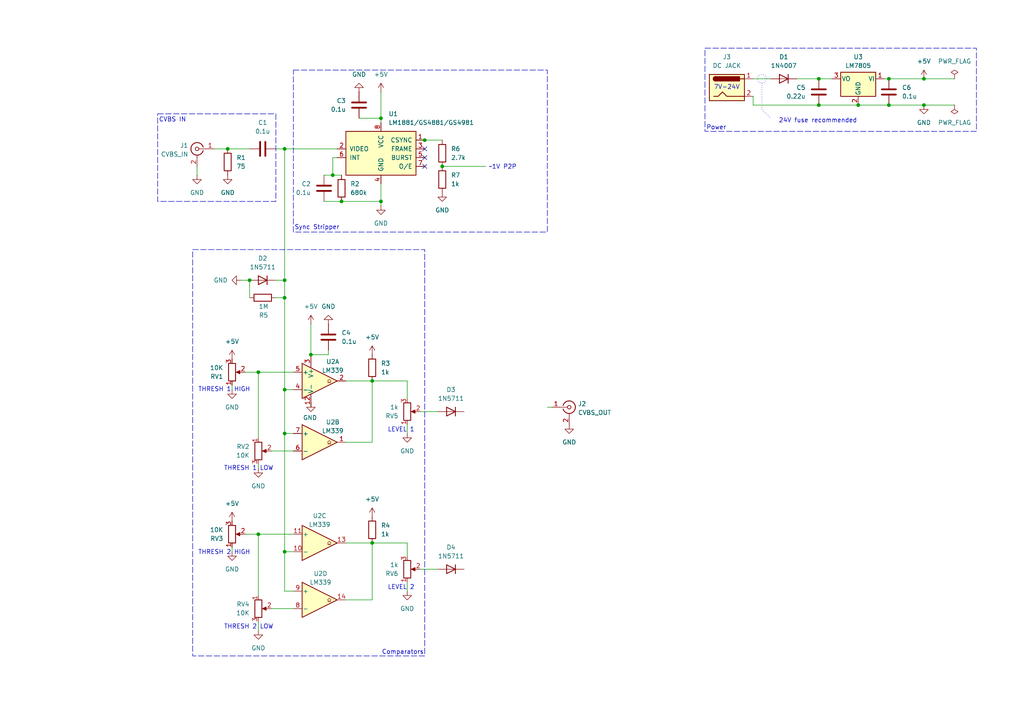
<source format=kicad_sch>
(kicad_sch (version 20231120) (generator "eeschema") (generator_version "8.0")
  (paper "A4")
  (lib_symbols
    (symbol "Comparator:LM339" (pin_names (offset 0.127))
      (property "Reference" "U" (at 0 5.08 0))
      (property "Value" "LM339" (at 0 -5.08 0))
      (symbol "LM339_1_1"
        (polyline (pts (xy -5.08 5.08) (xy 5.08 0) (xy -5.08 -5.08) (xy -5.08 5.08)) (stroke (width 0.254)) (fill (type background)))
        (polyline (pts (xy 3.302 -0.508) (xy 2.794 -0.508) (xy 3.302 0) (xy 2.794 0.508) (xy 2.286 0) (xy 2.794 -0.508) (xy 2.286 -0.508)) (stroke (width 0.127)))
        (pin open_collector line (at 7.62 0 180) (length 2.54) (name "~") (number "2"))
        (pin input line (at -7.62 -2.54 0) (length 2.54) (name "-") (number "4"))
        (pin input line (at -7.62 2.54 0) (length 2.54) (name "+") (number "5"))
      )
      (symbol "LM339_2_1"
        (polyline (pts (xy -5.08 5.08) (xy 5.08 0) (xy -5.08 -5.08) (xy -5.08 5.08)) (stroke (width 0.254)) (fill (type background)))
        (polyline (pts (xy 3.302 -0.508) (xy 2.794 -0.508) (xy 3.302 0) (xy 2.794 0.508) (xy 2.286 0) (xy 2.794 -0.508) (xy 2.286 -0.508)) (stroke (width 0.127)))
        (pin open_collector line (at 7.62 0 180) (length 2.54) (name "~") (number "1"))
        (pin input line (at -7.62 -2.54 0) (length 2.54) (name "-") (number "6"))
        (pin input line (at -7.62 2.54 0) (length 2.54) (name "+") (number "7"))
      )
      (symbol "LM339_3_1"
        (polyline (pts (xy -5.08 5.08) (xy 5.08 0) (xy -5.08 -5.08) (xy -5.08 5.08)) (stroke (width 0.254)) (fill (type background)))
        (polyline (pts (xy 3.302 -0.508) (xy 2.794 -0.508) (xy 3.302 0) (xy 2.794 0.508) (xy 2.286 0) (xy 2.794 -0.508) (xy 2.286 -0.508)) (stroke (width 0.127)))
        (pin input line (at -7.62 -2.54 0) (length 2.54) (name "-") (number "10"))
        (pin input line (at -7.62 2.54 0) (length 2.54) (name "+") (number "11"))
        (pin open_collector line (at 7.62 0 180) (length 2.54) (name "~") (number "13"))
      )
      (symbol "LM339_4_1"
        (polyline (pts (xy -5.08 5.08) (xy 5.08 0) (xy -5.08 -5.08) (xy -5.08 5.08)) (stroke (width 0.254)) (fill (type background)))
        (polyline (pts (xy 3.302 -0.508) (xy 2.794 -0.508) (xy 3.302 0) (xy 2.794 0.508) (xy 2.286 0) (xy 2.794 -0.508) (xy 2.286 -0.508)) (stroke (width 0.127)))
        (pin open_collector line (at 7.62 0 180) (length 2.54) (name "~") (number "14"))
        (pin input line (at -7.62 -2.54 0) (length 2.54) (name "-") (number "8"))
        (pin input line (at -7.62 2.54 0) (length 2.54) (name "+") (number "9"))
      )
      (symbol "LM339_5_1"
        (pin power_in line (at -2.54 -7.62 90) (length 3.81) (name "V-") (number "12"))
        (pin power_in line (at -2.54 7.62 270) (length 3.81) (name "V+") (number "3"))
      )
    )
    (symbol "Connector:Conn_Coaxial" (pin_names (offset 1.016) hide)
      (property "Reference" "J" (at 0.254 3.048 0))
      (property "Value" "Conn_Coaxial" (at 2.921 0 90))
      (symbol "Conn_Coaxial_0_1"
        (arc (start -1.778 -0.508) (mid 0.2311 -1.8066) (end 1.778 0) (stroke (width 0.254)))
        (polyline (pts (xy -2.54 0) (xy -0.508 0)))
        (polyline (pts (xy 0 -2.54) (xy 0 -1.778)))
        (circle (center 0 0) (radius 0.508) (stroke (width 0.2032)))
        (arc (start 1.778 0) (mid 0.2099 1.8101) (end -1.778 0.508) (stroke (width 0.254)))
      )
      (symbol "Conn_Coaxial_1_1"
        (pin passive line (at -5.08 0 0) (length 2.54) (name "In") (number "1"))
        (pin passive line (at 0 -5.08 90) (length 2.54) (name "Ext") (number "2"))
      )
    )
    (symbol "Connector:Jack-DC" (pin_names (offset 1.016))
      (property "Reference" "J" (at 0 5.334 0))
      (property "Value" "Jack-DC" (at 0 -5.08 0))
      (symbol "Jack-DC_0_1"
        (rectangle (start -5.08 3.81) (end 5.08 -3.81) (stroke (width 0.254)) (fill (type background)))
        (arc (start -3.302 3.175) (mid -3.9343 2.54) (end -3.302 1.905) (stroke (width 0.254)))
        (arc (start -3.302 3.175) (mid -3.9343 2.54) (end -3.302 1.905) (stroke (width 0.254)) (fill (type outline)))
        (polyline (pts (xy 5.08 2.54) (xy 3.81 2.54)) (stroke (width 0.254)))
        (polyline (pts (xy -3.81 -2.54) (xy -2.54 -2.54) (xy -1.27 -1.27) (xy 0 -2.54) (xy 2.54 -2.54) (xy 5.08 -2.54)) (stroke (width 0.254)))
        (rectangle (start 3.683 3.175) (end -3.302 1.905) (stroke (width 0.254)) (fill (type outline)))
      )
      (symbol "Jack-DC_1_1"
        (pin passive line (at 7.62 2.54 180) (length 2.54) (name "~") (number "1"))
        (pin passive line (at 7.62 -2.54 180) (length 2.54) (name "~") (number "2"))
      )
    )
    (symbol "Device:C" (pin_numbers hide) (pin_names (offset 0.254))
      (property "Reference" "C" (at 0.635 2.54 0))
      (property "Value" "C" (at 0.635 -2.54 0))
      (symbol "C_0_1"
        (polyline (pts (xy -2.032 -0.762) (xy 2.032 -0.762)) (stroke (width 0.508)))
        (polyline (pts (xy -2.032 0.762) (xy 2.032 0.762)) (stroke (width 0.508)))
      )
      (symbol "C_1_1"
        (pin passive line (at 0 3.81 270) (length 2.794) (name "~") (number "1"))
        (pin passive line (at 0 -3.81 90) (length 2.794) (name "~") (number "2"))
      )
    )
    (symbol "Device:D" (pin_numbers hide) (pin_names (offset 1.016) hide)
      (property "Reference" "D" (at 0 2.54 0))
      (property "Value" "D" (at 0 -2.54 0))
      (symbol "D_0_1"
        (polyline (pts (xy -1.27 1.27) (xy -1.27 -1.27)) (stroke (width 0.254)))
        (polyline (pts (xy 1.27 0) (xy -1.27 0)))
        (polyline (pts (xy 1.27 1.27) (xy 1.27 -1.27) (xy -1.27 0) (xy 1.27 1.27)) (stroke (width 0.254)))
      )
      (symbol "D_1_1"
        (pin passive line (at -3.81 0 0) (length 2.54) (name "K") (number "1"))
        (pin passive line (at 3.81 0 180) (length 2.54) (name "A") (number "2"))
      )
    )
    (symbol "Device:R" (pin_numbers hide) (pin_names (offset 0))
      (property "Reference" "R" (at 2.032 0 90))
      (property "Value" "R" (at 0 0 90))
      (symbol "R_0_1"
        (rectangle (start -1.016 -2.54) (end 1.016 2.54) (stroke (width 0.254)))
      )
      (symbol "R_1_1"
        (pin passive line (at 0 3.81 270) (length 1.27) (name "~") (number "1"))
        (pin passive line (at 0 -3.81 90) (length 1.27) (name "~") (number "2"))
      )
    )
    (symbol "Device:R_Potentiometer" (pin_names (offset 1.016) hide)
      (property "Reference" "RV" (at -4.445 0 90))
      (property "Value" "R_Potentiometer" (at -2.54 0 90))
      (symbol "R_Potentiometer_0_1"
        (polyline (pts (xy 2.54 0) (xy 1.524 0)))
        (polyline (pts (xy 1.143 0) (xy 2.286 0.508) (xy 2.286 -0.508) (xy 1.143 0)) (fill (type outline)))
        (rectangle (start 1.016 2.54) (end -1.016 -2.54) (stroke (width 0.254)))
      )
      (symbol "R_Potentiometer_1_1"
        (pin passive line (at 0 3.81 270) (length 1.27) (name "1") (number "1"))
        (pin passive line (at 3.81 0 180) (length 1.27) (name "2") (number "2"))
        (pin passive line (at 0 -3.81 90) (length 1.27) (name "3") (number "3"))
      )
    )
    (symbol "R_Potentiometer_1" (pin_names (offset 1.016) hide)
      (property "Reference" "RV" (at -4.445 0 90))
      (property "Value" "R_Potentiometer" (at -2.54 0 90))
      (symbol "R_Potentiometer_1_0_1"
        (polyline (pts (xy 2.54 0) (xy 1.524 0)))
        (polyline (pts (xy 1.143 0) (xy 2.286 0.508) (xy 2.286 -0.508) (xy 1.143 0)) (fill (type outline)))
        (rectangle (start 1.016 2.54) (end -1.016 -2.54) (stroke (width 0.254)))
      )
      (symbol "R_Potentiometer_1_1_1"
        (pin passive line (at 0 3.81 270) (length 1.27) (name "1") (number "1"))
        (pin passive line (at 3.81 0 180) (length 1.27) (name "2") (number "2"))
        (pin passive line (at 0 -3.81 90) (length 1.27) (name "3") (number "3"))
      )
    )
    (symbol "Regulator_Linear:LM7805_TO220" (pin_names (offset 0.254))
      (property "Reference" "U" (at -3.81 3.175 0))
      (property "Value" "LM7805_TO220" (at 0 3.175 0))
      (symbol "LM7805_TO220_0_1"
        (rectangle (start -5.08 1.905) (end 5.08 -5.08) (stroke (width 0.254)) (fill (type background)))
      )
      (symbol "LM7805_TO220_1_1"
        (pin power_in line (at -7.62 0 0) (length 2.54) (name "VI") (number "1"))
        (pin power_in line (at 0 -7.62 90) (length 2.54) (name "GND") (number "2"))
        (pin power_out line (at 7.62 0 180) (length 2.54) (name "VO") (number "3"))
      )
    )
    (symbol "Video:LM1881" (pin_names (offset 1.016))
      (property "Reference" "U" (at -8.89 8.89 0))
      (property "Value" "LM1881" (at 6.35 8.89 0))
      (symbol "LM1881_0_1"
        (rectangle (start -10.16 7.62) (end 10.16 -5.08) (stroke (width 0.254)) (fill (type background)))
      )
      (symbol "LM1881_1_1"
        (pin output line (at 12.7 5.08 180) (length 2.54) (name "CSYNC") (number "1"))
        (pin input line (at -12.7 2.54 0) (length 2.54) (name "VIDEO") (number "2"))
        (pin output line (at 12.7 2.54 180) (length 2.54) (name "FRAME") (number "3"))
        (pin power_in line (at 0 -7.62 90) (length 2.54) (name "GND") (number "4"))
        (pin output line (at 12.7 0 180) (length 2.54) (name "BURST") (number "5"))
        (pin input line (at -12.7 0 0) (length 2.54) (name "INT") (number "6"))
        (pin output line (at 12.7 -2.54 180) (length 2.54) (name "O/E") (number "7"))
        (pin power_in line (at 0 10.16 270) (length 2.54) (name "VCC") (number "8"))
      )
    )
    (symbol "power:+5V" (power) (pin_numbers hide) (pin_names (offset 0) hide)
      (property "Value" "+5V" (at 0 3.556 0))
      (symbol "+5V_0_1"
        (polyline (pts (xy -0.762 1.27) (xy 0 2.54)))
        (polyline (pts (xy 0 0) (xy 0 2.54)))
        (polyline (pts (xy 0 2.54) (xy 0.762 1.27)))
      )
      (symbol "+5V_1_1"
        (pin power_in line (at 0 0 90) (length 0) (name "~") (number "1"))
      )
    )
    (symbol "power:GND" (power) (pin_numbers hide) (pin_names (offset 0) hide)
      (property "Value" "GND" (at 0 -3.81 0))
      (symbol "GND_0_1"
        (polyline (pts (xy 0 0) (xy 0 -1.27) (xy 1.27 -1.27) (xy 0 -2.54) (xy -1.27 -1.27) (xy 0 -1.27)))
      )
      (symbol "GND_1_1"
        (pin power_in line (at 0 0 270) (length 0) (name "~") (number "1"))
      )
    )
    (symbol "power:PWR_FLAG" (power) (pin_numbers hide) (pin_names (offset 0) hide)
      (property "Value" "PWR_FLAG" (at 0 3.81 0))
      (symbol "PWR_FLAG_0_0"
        (pin power_out line (at 0 0 90) (length 0) (name "~") (number "1"))
      )
      (symbol "PWR_FLAG_0_1"
        (polyline (pts (xy 0 0) (xy 0 1.27) (xy -1.016 1.905) (xy 0 2.54) (xy 1.016 1.905) (xy 0 1.27)))
      )
    )
  )
  (junction (at 123.19 40.64))
  (junction (at 267.97 22.86))
  (junction (at 96.52 50.8))
  (junction (at 82.55 81.28))
  (junction (at 237.49 30.48))
  (junction (at 107.95 110.49))
  (junction (at 82.55 43.18))
  (junction (at 257.81 30.48))
  (junction (at 82.55 125.73))
  (junction (at 66.04 43.18))
  (junction (at 90.17 102.87))
  (junction (at 110.49 58.42))
  (junction (at 74.93 154.94))
  (junction (at 267.97 30.48))
  (junction (at 257.81 22.86))
  (junction (at 72.39 81.28))
  (junction (at 82.55 160.02))
  (junction (at 99.06 58.42))
  (junction (at 74.93 107.95))
  (junction (at 107.95 157.48))
  (junction (at 237.49 22.86))
  (junction (at 110.49 34.29))
  (junction (at 82.55 113.03))
  (junction (at 128.27 48.26))
  (junction (at 82.55 86.36))
  (junction (at 248.92 30.48))
  (no_connect (at 123.19 48.26))
  (no_connect (at 123.19 43.18))
  (no_connect (at 123.19 45.72))
  (wire (pts (xy 257.81 22.86) (xy 267.97 22.86)))
  (wire (pts (xy 231.14 22.86) (xy 237.49 22.86)))
  (wire (pts (xy 99.06 58.42) (xy 110.49 58.42)))
  (wire (pts (xy 110.49 35.56) (xy 110.49 34.29)))
  (wire (pts (xy 218.44 22.86) (xy 223.52 22.86)))
  (wire (pts (xy 93.98 50.8) (xy 96.52 50.8)))
  (wire (pts (xy 62.23 43.18) (xy 66.04 43.18)))
  (wire (pts (xy 90.17 93.98) (xy 90.17 102.87)))
  (wire (pts (xy 257.81 30.48) (xy 267.97 30.48)))
  (wire (pts (xy 100.33 110.49) (xy 107.95 110.49)))
  (wire (pts (xy 218.44 30.48) (xy 237.49 30.48)))
  (wire (pts (xy 267.97 22.86) (xy 276.86 22.86)))
  (wire (pts (xy 69.85 81.28) (xy 72.39 81.28)))
  (wire (pts (xy 118.11 125.73) (xy 118.11 123.19)))
  (wire (pts (xy 96.52 50.8) (xy 99.06 50.8)))
  (wire (pts (xy 93.98 58.42) (xy 99.06 58.42)))
  (wire (pts (xy 67.31 160.02) (xy 67.31 158.75)))
  (wire (pts (xy 74.93 182.88) (xy 74.93 180.34)))
  (wire (pts (xy 256.54 22.86) (xy 257.81 22.86)))
  (wire (pts (xy 78.74 176.53) (xy 85.09 176.53)))
  (wire (pts (xy 107.95 157.48) (xy 118.11 157.48)))
  (wire (pts (xy 110.49 59.69) (xy 110.49 58.42)))
  (wire (pts (xy 100.33 157.48) (xy 107.95 157.48)))
  (wire (pts (xy 57.15 50.8) (xy 57.15 48.26)))
  (polyline (pts (xy 220.98 24.13) (xy 220.98 31.75)) (stroke (width 0) (type dot)))
  (wire (pts (xy 71.12 107.95) (xy 74.93 107.95)))
  (wire (pts (xy 100.33 173.99) (xy 107.95 173.99)))
  (wire (pts (xy 80.01 43.18) (xy 82.55 43.18)))
  (wire (pts (xy 110.49 26.67) (xy 110.49 34.29)))
  (wire (pts (xy 90.17 116.84) (xy 90.17 118.11)))
  (wire (pts (xy 120.65 40.64) (xy 123.19 40.64)))
  (wire (pts (xy 267.97 30.48) (xy 276.86 30.48)))
  (wire (pts (xy 248.92 30.48) (xy 257.81 30.48)))
  (wire (pts (xy 80.01 86.36) (xy 82.55 86.36)))
  (wire (pts (xy 107.95 110.49) (xy 118.11 110.49)))
  (wire (pts (xy 82.55 86.36) (xy 82.55 113.03)))
  (wire (pts (xy 82.55 160.02) (xy 82.55 171.45)))
  (wire (pts (xy 118.11 168.91) (xy 118.11 171.45)))
  (wire (pts (xy 82.55 43.18) (xy 82.55 81.28)))
  (wire (pts (xy 95.25 102.87) (xy 90.17 102.87)))
  (wire (pts (xy 85.09 113.03) (xy 82.55 113.03)))
  (wire (pts (xy 82.55 160.02) (xy 85.09 160.02)))
  (wire (pts (xy 66.04 43.18) (xy 72.39 43.18)))
  (wire (pts (xy 82.55 125.73) (xy 82.55 160.02)))
  (wire (pts (xy 128.27 40.64) (xy 123.19 40.64)))
  (wire (pts (xy 74.93 107.95) (xy 74.93 127)))
  (wire (pts (xy 100.33 128.27) (xy 107.95 128.27)))
  (wire (pts (xy 121.92 165.1) (xy 127 165.1)))
  (wire (pts (xy 237.49 30.48) (xy 248.92 30.48)))
  (wire (pts (xy 121.92 119.38) (xy 127 119.38)))
  (wire (pts (xy 82.55 171.45) (xy 85.09 171.45)))
  (wire (pts (xy 74.93 135.89) (xy 74.93 134.62)))
  (polyline (pts (xy 220.98 31.75) (xy 223.52 34.29)) (stroke (width 0) (type dot)))
  (wire (pts (xy 96.52 45.72) (xy 97.79 45.72)))
  (wire (pts (xy 67.31 113.03) (xy 67.31 111.76)))
  (wire (pts (xy 241.3 22.86) (xy 237.49 22.86)))
  (wire (pts (xy 74.93 107.95) (xy 85.09 107.95)))
  (wire (pts (xy 107.95 110.49) (xy 107.95 128.27)))
  (wire (pts (xy 82.55 81.28) (xy 82.55 86.36)))
  (wire (pts (xy 74.93 154.94) (xy 85.09 154.94)))
  (wire (pts (xy 95.25 101.6) (xy 95.25 102.87)))
  (wire (pts (xy 128.27 48.26) (xy 140.97 48.26)))
  (wire (pts (xy 72.39 81.28) (xy 72.39 86.36)))
  (wire (pts (xy 110.49 58.42) (xy 110.49 53.34)))
  (wire (pts (xy 118.11 157.48) (xy 118.11 161.29)))
  (wire (pts (xy 82.55 113.03) (xy 82.55 125.73)))
  (wire (pts (xy 74.93 154.94) (xy 74.93 172.72)))
  (wire (pts (xy 107.95 157.48) (xy 107.95 173.99)))
  (wire (pts (xy 80.01 81.28) (xy 82.55 81.28)))
  (wire (pts (xy 82.55 43.18) (xy 97.79 43.18)))
  (wire (pts (xy 118.11 110.49) (xy 118.11 115.57)))
  (wire (pts (xy 78.74 130.81) (xy 85.09 130.81)))
  (wire (pts (xy 104.14 34.29) (xy 110.49 34.29)))
  (wire (pts (xy 96.52 50.8) (xy 96.52 45.72)))
  (wire (pts (xy 71.12 154.94) (xy 74.93 154.94)))
  (wire (pts (xy 218.44 27.94) (xy 218.44 30.48)))
  (wire (pts (xy 158.75 118.11) (xy 160.02 118.11)))
  (wire (pts (xy 82.55 125.73) (xy 85.09 125.73)))
  (rectangle (start 85.09 20.32) (end 158.75 67.31) (stroke (width 0) (type dash)))
  (circle (center 220.98 22.86) (radius 1.27) (stroke (width 0) (type dot)))
  (rectangle (start 55.88 72.39) (end 123.19 190.246) (stroke (width 0) (type dash)))
  (rectangle (start 204.47 13.97) (end 283.21 38.1) (stroke (width 0) (type dash)))
  (rectangle (start 45.72 33.02) (end 80.01 58.42) (stroke (width 0) (type dash)))
  (text "THRESH 2 HIGH" (at 65.024 160.274 0) (effects (font (size 1.27 1.27))))
  (text "~1V P2P" (at 145.796 48.514 0) (effects (font (size 1.27 1.27))))
  (text "Power" (at 207.772 37.084 0) (effects (font (size 1.27 1.27))))
  (text "7V-24V" (at 210.82 25.4 0) (effects (font (size 1.27 1.27))))
  (text "THRESH 1 HIGH" (at 65.024 113.03 0) (effects (font (size 1.27 1.27))))
  (text "CVBS IN" (at 50.038 34.798 0) (effects (font (size 1.27 1.27))))
  (text "THRESH 2 LOW" (at 72.136 181.864 0) (effects (font (size 1.27 1.27))))
  (text "LEVEL 2" (at 116.332 170.434 0) (effects (font (size 1.27 1.27))))
  (text "THRESH 1 LOW" (at 72.136 135.89 0) (effects (font (size 1.27 1.27))))
  (text "LEVEL 1" (at 116.332 124.714 0) (effects (font (size 1.27 1.27))))
  (text "24V fuse recommended" (at 237.236 35.052 0) (effects (font (size 1.27 1.27))))
  (text "Comparators" (at 116.84 189.23 0) (effects (font (size 1.27 1.27))))
  (text "Sync Stripper" (at 91.948 66.04 0) (effects (font (size 1.27 1.27))))
  (symbol (lib_id "Device:R") (at 76.2 86.36 270) (mirror x) (unit 1)
    (property "Reference" "R5" (at 76.454 91.44 90))
    (property "Value" "1M" (at 76.454 88.9 90))
    (property "Footprint" "Resistor_THT:R_Axial_DIN0207_L6.3mm_D2.5mm_P10.16mm_Horizontal" (effects (hide yes)))
    (property "Description" "Resistor" (effects (hide yes)))
  )
  (symbol (lib_id "power:GND") (at 104.14 26.67 0) (mirror x) (unit 1)
    (property "Reference" "#PWR05" (effects (hide yes)))
    (property "Value" "GND" (at 104.14 21.59 0))
    (property "Description" "Power symbol creates a global label with name \"GND\" , ground" (effects (hide yes)))
  )
  (symbol (lib_id "Device:D") (at 76.2 81.28 0) (mirror y) (unit 1)
    (property "Reference" "D2" (at 76.2 74.93 0))
    (property "Value" "1N5711" (at 76.2 77.47 0))
    (property "Description" "Diode" (effects (hide yes)))
    (property "Sim.Device" "D" (effects (hide yes)))
    (property "Sim.Pins" "1=K 2=A" (effects (hide yes)))
  )
  (symbol (lib_id "power:GND") (at 69.85 81.28 270) (unit 1)
    (property "Reference" "#POW_GND04" (effects (hide yes)))
    (property "Value" "GND" (at 66.04 81.2799 90) (effects (justify right)))
    (property "Description" "Power symbol creates a global label with name \"GND\" , ground" (effects (hide yes)))
  )
  (symbol (lib_id "power:+5V") (at 90.17 93.98 0) (unit 1)
    (property "Reference" "#PWR04" (effects (hide yes)))
    (property "Value" "+5V" (at 90.17 88.9 0))
    (property "Description" "Power symbol creates a global label with name \"+5V\"" (effects (hide yes)))
  )
  (symbol (lib_id "Device:R_Potentiometer") (at 74.93 176.53 0) (unit 1)
    (property "Reference" "RV4" (at 72.39 175.2599 0) (effects (justify right)))
    (property "Value" "10K" (at 72.39 177.7999 0) (effects (justify right)))
    (property "Footprint" "Connector_Wire:SolderWire-0.1sqmm_1x03_P3.6mm_D0.4mm_OD1mm" (effects (hide yes)))
    (property "Description" "Potentiometer" (effects (hide yes)))
  )
  (symbol (lib_id "Device:R_Potentiometer") (at 118.11 119.38 0) (mirror x) (unit 1)
    (property "Reference" "RV5" (at 115.57 120.6501 0) (effects (justify right)))
    (property "Value" "1k" (at 115.57 118.1101 0) (effects (justify right)))
    (property "Footprint" "Connector_Wire:SolderWire-0.1sqmm_1x03_P3.6mm_D0.4mm_OD1mm" (effects (hide yes)))
    (property "Description" "Potentiometer" (effects (hide yes)))
  )
  (symbol (lib_id "Device:R") (at 99.06 54.61 0) (unit 1)
    (property "Reference" "R2" (at 101.6 53.3399 0) (effects (justify left)))
    (property "Value" "680k" (at 101.6 55.8799 0) (effects (justify left)))
    (property "Footprint" "Resistor_THT:R_Axial_DIN0207_L6.3mm_D2.5mm_P10.16mm_Horizontal" (effects (hide yes)))
    (property "Description" "Resistor" (effects (hide yes)))
  )
  (symbol (lib_id "Connector:Conn_Coaxial") (at 165.1 118.11 0) (unit 1)
    (property "Reference" "J2" (at 167.64 117.1331 0) (effects (justify left)))
    (property "Value" "CVBS_OUT" (at 167.64 119.6731 0) (effects (justify left)))
    (property "Footprint" "Connector_Wire:SolderWire-0.1sqmm_1x02_P3.6mm_D0.4mm_OD1mm" (effects (hide yes)))
    (property "Description" "coaxial connector (BNC, SMA, SMB, SMC, Cinch/RCA, LEMO, ...)" (effects (hide yes)))
  )
  (symbol (lib_id "power:GND") (at 66.04 50.8 0) (unit 1)
    (property "Reference" "#POW_GND0104" (effects (hide yes)))
    (property "Value" "GND" (at 66.04 55.88 0))
    (property "Description" "Power symbol creates a global label with name \"GND\" , ground" (effects (hide yes)))
  )
  (symbol (lib_id "power:GND") (at 74.93 135.89 0) (unit 1)
    (property "Reference" "#PWR08" (effects (hide yes)))
    (property "Value" "GND" (at 74.93 140.97 0))
    (property "Description" "Power symbol creates a global label with name \"GND\" , ground" (effects (hide yes)))
  )
  (symbol (lib_id "power:PWR_FLAG") (at 276.86 22.86 0) (unit 1)
    (property "Reference" "#FLG01" (effects (hide yes)))
    (property "Value" "PWR_FLAG" (at 276.86 17.78 0))
    (property "Description" "Special symbol for telling ERC where power comes from" (effects (hide yes)))
  )
  (symbol (lib_name "R_Potentiometer_1") (lib_id "Device:R_Potentiometer") (at 67.31 107.95 0) (mirror x) (unit 1)
    (property "Reference" "RV1" (at 64.77 109.2201 0) (effects (justify right)))
    (property "Value" "10K" (at 64.77 106.6801 0) (effects (justify right)))
    (property "Footprint" "Connector_Wire:SolderWire-0.1sqmm_1x03_P3.6mm_D0.4mm_OD1mm" (effects (hide yes)))
    (property "Description" "Potentiometer" (effects (hide yes)))
  )
  (symbol (lib_id "power:GND") (at 128.27 55.88 0) (unit 1)
    (property "Reference" "#POW_GND03" (effects (hide yes)))
    (property "Value" "GND" (at 128.27 60.96 0))
    (property "Description" "Power symbol creates a global label with name \"GND\" , ground" (effects (hide yes)))
  )
  (symbol (lib_id "Connector:Jack-DC") (at 210.82 25.4 0) (unit 1)
    (property "Reference" "J3" (at 210.82 16.51 0))
    (property "Value" "DC JACK" (at 210.82 19.05 0))
    (property "Footprint" "Connector_Wire:SolderWire-0.1sqmm_1x02_P3.6mm_D0.4mm_OD1mm" (effects (hide yes)))
    (property "Description" "DC Barrel Jack" (effects (hide yes)))
  )
  (symbol (lib_id "Comparator:LM339") (at 92.71 157.48 0) (unit 3)
    (property "Reference" "U2" (at 92.71 149.606 0))
    (property "Value" "LM339" (at 92.71 152.146 0))
    (property "Footprint" "Package_DIP:DIP-16_W7.62mm_Socket_LongPads" (effects (hide yes)))
    (property "Datasheet" "https://www.st.com/resource/en/datasheet/lm139.pdf" (effects (hide yes)))
    (property "Description" "Quad Differential Comparators, SOIC-14/TSSOP-14" (effects (hide yes)))
  )
  (symbol (lib_id "Device:R") (at 66.04 46.99 0) (unit 1)
    (property "Reference" "R1" (at 68.58 45.7199 0) (effects (justify left)))
    (property "Value" "75" (at 68.58 48.2599 0) (effects (justify left)))
    (property "Footprint" "Resistor_THT:R_Axial_DIN0207_L6.3mm_D2.5mm_P10.16mm_Horizontal" (effects (hide yes)))
    (property "Description" "Resistor" (effects (hide yes)))
  )
  (symbol (lib_id "Device:R") (at 107.95 153.67 0) (unit 1)
    (property "Reference" "R4" (at 110.49 152.3999 0) (effects (justify left)))
    (property "Value" "1k" (at 110.49 154.9399 0) (effects (justify left)))
    (property "Footprint" "Resistor_THT:R_Axial_DIN0207_L6.3mm_D2.5mm_P10.16mm_Horizontal" (effects (hide yes)))
    (property "Description" "Resistor" (effects (hide yes)))
  )
  (symbol (lib_id "power:GND") (at 165.1 123.19 0) (unit 1)
    (property "Reference" "#POW_GND02" (effects (hide yes)))
    (property "Value" "GND" (at 165.1 128.27 0))
    (property "Description" "Power symbol creates a global label with name \"GND\" , ground" (effects (hide yes)))
  )
  (symbol (lib_id "Regulator_Linear:LM7805_TO220") (at 248.92 22.86 0) (mirror y) (unit 1)
    (property "Reference" "U3" (at 248.92 16.51 0))
    (property "Value" "LM7805" (at 248.92 19.05 0))
    (property "Footprint" "Package_TO_SOT_THT:TO-220-3_Vertical" (effects (hide yes)))
    (property "Datasheet" "https://www.onsemi.cn/PowerSolutions/document/MC7800-D.PDF" (effects (hide yes)))
    (property "Description" "Positive 1A 35V Linear Regulator, Fixed Output 5V, TO-220" (effects (hide yes)))
  )
  (symbol (lib_id "Device:D") (at 130.81 165.1 0) (mirror y) (unit 1)
    (property "Reference" "D4" (at 130.81 158.75 0))
    (property "Value" "1N5711" (at 130.81 161.29 0))
    (property "Description" "Diode" (effects (hide yes)))
    (property "Sim.Device" "D" (effects (hide yes)))
    (property "Sim.Pins" "1=K 2=A" (effects (hide yes)))
  )
  (symbol (lib_id "power:+5V") (at 67.31 104.14 0) (unit 1)
    (property "Reference" "#POW_5V0102" (effects (hide yes)))
    (property "Value" "+5V" (at 67.31 99.06 0))
    (property "Description" "Power symbol creates a global label with name \"+5V\"" (effects (hide yes)))
  )
  (symbol (lib_id "Device:R_Potentiometer") (at 74.93 130.81 0) (unit 1)
    (property "Reference" "RV2" (at 72.39 129.5399 0) (effects (justify right)))
    (property "Value" "10K" (at 72.39 132.0799 0) (effects (justify right)))
    (property "Footprint" "Connector_Wire:SolderWire-0.1sqmm_1x03_P3.6mm_D0.4mm_OD1mm" (effects (hide yes)))
    (property "Description" "Potentiometer" (effects (hide yes)))
  )
  (symbol (lib_id "Device:C") (at 93.98 54.61 0) (mirror y) (unit 1)
    (property "Reference" "C2" (at 90.17 53.3399 0) (effects (justify left)))
    (property "Value" "0.1u" (at 90.17 55.8799 0) (effects (justify left)))
    (property "Footprint" "Capacitor_THT:C_Disc_D7.5mm_W2.5mm_P5.00mm" (effects (hide yes)))
    (property "Description" "Unpolarized capacitor" (effects (hide yes)))
  )
  (symbol (lib_id "Device:R") (at 107.95 106.68 0) (unit 1)
    (property "Reference" "R3" (at 110.49 105.4099 0) (effects (justify left)))
    (property "Value" "1k" (at 110.49 107.9499 0) (effects (justify left)))
    (property "Footprint" "Resistor_THT:R_Axial_DIN0207_L6.3mm_D2.5mm_P10.16mm_Horizontal" (effects (hide yes)))
    (property "Description" "Resistor" (effects (hide yes)))
  )
  (symbol (lib_id "Comparator:LM339") (at 92.71 173.99 0) (unit 4)
    (property "Reference" "U2" (at 92.964 166.37 0))
    (property "Value" "LM339" (at 92.964 168.91 0))
    (property "Footprint" "Package_DIP:DIP-16_W7.62mm_Socket_LongPads" (effects (hide yes)))
    (property "Datasheet" "https://www.st.com/resource/en/datasheet/lm139.pdf" (effects (hide yes)))
    (property "Description" "Quad Differential Comparators, SOIC-14/TSSOP-14" (effects (hide yes)))
  )
  (symbol (lib_id "Video:LM1881") (at 110.49 45.72 0) (unit 1)
    (property "Reference" "U1" (at 112.6841 33.02 0) (effects (justify left)))
    (property "Value" "LM1881/GS4881/GS4981" (at 112.6841 35.56 0) (effects (justify left)))
    (property "Footprint" "Package_DIP:DIP-8_W7.62mm_Socket_LongPads" (effects (hide yes)))
  )
  (symbol (lib_id "Device:R") (at 128.27 52.07 0) (unit 1)
    (property "Reference" "R7" (at 130.81 50.7999 0) (effects (justify left)))
    (property "Value" "1k" (at 130.81 53.3399 0) (effects (justify left)))
    (property "Footprint" "Resistor_THT:R_Axial_DIN0207_L6.3mm_D2.5mm_P10.16mm_Horizontal" (effects (hide yes)))
    (property "Description" "Resistor" (effects (hide yes)))
  )
  (symbol (lib_id "power:GND") (at 110.49 59.69 0) (unit 1)
    (property "Reference" "#POW_GND0105" (effects (hide yes)))
    (property "Value" "GND" (at 110.49 64.77 0))
    (property "Description" "Power symbol creates a global label with name \"GND\" , ground" (effects (hide yes)))
  )
  (symbol (lib_id "Comparator:LM339") (at 92.71 110.49 0) (unit 5)
    (property "Reference" "U2" (effects (hide yes)))
    (property "Value" "LM339" (effects (hide yes)))
    (property "Footprint" "Package_DIP:DIP-16_W7.62mm_Socket_LongPads" (effects (hide yes)))
    (property "Datasheet" "https://www.st.com/resource/en/datasheet/lm139.pdf" (effects (hide yes)))
    (property "Description" "Quad Differential Comparators, SOIC-14/TSSOP-14" (effects (hide yes)))
  )
  (symbol (lib_id "power:GND") (at 74.93 182.88 0) (unit 1)
    (property "Reference" "#PWR02" (effects (hide yes)))
    (property "Value" "GND" (at 74.93 187.96 0))
    (property "Description" "Power symbol creates a global label with name \"GND\" , ground" (effects (hide yes)))
  )
  (symbol (lib_id "power:+5V") (at 110.49 26.67 0) (unit 1)
    (property "Reference" "#POW_5V0103" (effects (hide yes)))
    (property "Value" "+5V" (at 110.49 21.59 0))
    (property "Description" "Power symbol creates a global label with name \"+5V\"" (effects (hide yes)))
  )
  (symbol (lib_id "power:PWR_FLAG") (at 276.86 30.48 0) (mirror x) (unit 1)
    (property "Reference" "#FLG02" (effects (hide yes)))
    (property "Value" "PWR_FLAG" (at 276.86 35.56 0))
    (property "Description" "Special symbol for telling ERC where power comes from" (effects (hide yes)))
  )
  (symbol (lib_id "power:+5V") (at 107.95 149.86 0) (unit 1)
    (property "Reference" "#POW_5V0101" (effects (hide yes)))
    (property "Value" "+5V" (at 107.95 144.78 0))
    (property "Description" "Power symbol creates a global label with name \"+5V\"" (effects (hide yes)))
  )
  (symbol (lib_id "power:+5V") (at 107.95 102.87 0) (unit 1)
    (property "Reference" "#POW_5V0104" (effects (hide yes)))
    (property "Value" "+5V" (at 107.95 97.79 0))
    (property "Description" "Power symbol creates a global label with name \"+5V\"" (effects (hide yes)))
  )
  (symbol (lib_id "power:+5V") (at 67.31 151.13 0) (unit 1)
    (property "Reference" "#POW_5V01" (effects (hide yes)))
    (property "Value" "+5V" (at 67.31 146.05 0))
    (property "Description" "Power symbol creates a global label with name \"+5V\"" (effects (hide yes)))
  )
  (symbol (lib_id "Device:R") (at 128.27 44.45 0) (unit 1)
    (property "Reference" "R6" (at 130.81 43.1799 0) (effects (justify left)))
    (property "Value" "2.7k" (at 130.81 45.7199 0) (effects (justify left)))
    (property "Footprint" "Resistor_THT:R_Axial_DIN0207_L6.3mm_D2.5mm_P10.16mm_Horizontal" (effects (hide yes)))
    (property "Description" "Resistor" (effects (hide yes)))
  )
  (symbol (lib_id "Connector:Conn_Coaxial") (at 57.15 43.18 0) (mirror y) (unit 1)
    (property "Reference" "J1" (at 54.61 42.2031 0) (effects (justify left)))
    (property "Value" "CVBS_IN" (at 54.61 44.7431 0) (effects (justify left)))
    (property "Footprint" "Connector_Wire:SolderWire-0.1sqmm_1x02_P3.6mm_D0.4mm_OD1mm" (effects (hide yes)))
    (property "Description" "coaxial connector (BNC, SMA, SMB, SMC, Cinch/RCA, LEMO, ...)" (effects (hide yes)))
  )
  (symbol (lib_id "power:GND") (at 67.31 160.02 0) (unit 1)
    (property "Reference" "#PWR010" (effects (hide yes)))
    (property "Value" "GND" (at 67.31 165.1 0))
    (property "Description" "Power symbol creates a global label with name \"GND\" , ground" (effects (hide yes)))
  )
  (symbol (lib_id "power:GND") (at 95.25 93.98 0) (mirror x) (unit 1)
    (property "Reference" "#PWR06" (effects (hide yes)))
    (property "Value" "GND" (at 95.25 88.9 0))
    (property "Description" "Power symbol creates a global label with name \"GND\" , ground" (effects (hide yes)))
  )
  (symbol (lib_id "Device:D") (at 227.33 22.86 0) (mirror y) (unit 1)
    (property "Reference" "D1" (at 227.33 16.51 0))
    (property "Value" "1N4007" (at 227.33 19.05 0))
    (property "Footprint" "Diode_THT:D_A-405_P7.62mm_Horizontal" (effects (hide yes)))
    (property "Description" "Diode" (effects (hide yes)))
    (property "Sim.Device" "D" (effects (hide yes)))
    (property "Sim.Pins" "1=K 2=A" (effects (hide yes)))
  )
  (symbol (lib_id "power:GND") (at 67.31 113.03 0) (unit 1)
    (property "Reference" "#PWR09" (effects (hide yes)))
    (property "Value" "GND" (at 67.31 118.11 0))
    (property "Description" "Power symbol creates a global label with name \"GND\" , ground" (effects (hide yes)))
  )
  (symbol (lib_id "Device:R_Potentiometer") (at 118.11 165.1 0) (mirror x) (unit 1)
    (property "Reference" "RV6" (at 115.57 166.3701 0) (effects (justify right)))
    (property "Value" "1k" (at 115.57 163.8301 0) (effects (justify right)))
    (property "Footprint" "Connector_Wire:SolderWire-0.1sqmm_1x03_P3.6mm_D0.4mm_OD1mm" (effects (hide yes)))
    (property "Description" "Potentiometer" (effects (hide yes)))
  )
  (symbol (lib_id "Device:C") (at 237.49 26.67 0) (mirror y) (unit 1)
    (property "Reference" "C5" (at 233.68 25.3999 0) (effects (justify left)))
    (property "Value" "0.22u" (at 233.68 27.9399 0) (effects (justify left)))
    (property "Footprint" "Capacitor_THT:C_Disc_D7.5mm_W2.5mm_P5.00mm" (effects (hide yes)))
    (property "Description" "Unpolarized capacitor" (effects (hide yes)))
  )
  (symbol (lib_id "power:GND") (at 267.97 30.48 0) (unit 1)
    (property "Reference" "#PWR07" (effects (hide yes)))
    (property "Value" "GND" (at 267.97 35.56 0))
    (property "Description" "Power symbol creates a global label with name \"GND\" , ground" (effects (hide yes)))
  )
  (symbol (lib_id "Device:C") (at 95.25 97.79 0) (unit 1)
    (property "Reference" "C4" (at 99.06 96.5199 0) (effects (justify left)))
    (property "Value" "0.1u" (at 99.06 99.0599 0) (effects (justify left)))
    (property "Footprint" "Capacitor_THT:C_Disc_D7.5mm_W2.5mm_P5.00mm" (effects (hide yes)))
    (property "Description" "Unpolarized capacitor" (effects (hide yes)))
  )
  (symbol (lib_id "power:+5V") (at 267.97 22.86 0) (unit 1)
    (property "Reference" "#PWR01" (effects (hide yes)))
    (property "Value" "+5V" (at 267.97 17.78 0))
    (property "Description" "Power symbol creates a global label with name \"+5V\"" (effects (hide yes)))
  )
  (symbol (lib_name "R_Potentiometer_1") (lib_id "Device:R_Potentiometer") (at 67.31 154.94 0) (mirror x) (unit 1)
    (property "Reference" "RV3" (at 64.77 156.2101 0) (effects (justify right)))
    (property "Value" "10K" (at 64.77 153.6701 0) (effects (justify right)))
    (property "Footprint" "Connector_Wire:SolderWire-0.1sqmm_1x03_P3.6mm_D0.4mm_OD1mm" (effects (hide yes)))
    (property "Description" "Potentiometer" (effects (hide yes)))
  )
  (symbol (lib_id "Comparator:LM339") (at 92.71 110.49 0) (unit 1)
    (property "Reference" "U2" (at 96.52 104.902 0))
    (property "Value" "LM339" (at 96.52 107.442 0))
    (property "Footprint" "Package_DIP:DIP-16_W7.62mm_Socket_LongPads" (effects (hide yes)))
    (property "Datasheet" "https://www.st.com/resource/en/datasheet/lm139.pdf" (effects (hide yes)))
    (property "Description" "Quad Differential Comparators, SOIC-14/TSSOP-14" (effects (hide yes)))
  )
  (symbol (lib_id "power:GND") (at 118.11 171.45 0) (unit 1)
    (property "Reference" "#POW_GND0102" (effects (hide yes)))
    (property "Value" "GND" (at 118.11 176.53 0))
    (property "Description" "Power symbol creates a global label with name \"GND\" , ground" (effects (hide yes)))
  )
  (symbol (lib_id "Device:D") (at 130.81 119.38 0) (mirror y) (unit 1)
    (property "Reference" "D3" (at 130.81 113.03 0))
    (property "Value" "1N5711" (at 130.81 115.57 0))
    (property "Description" "Diode" (effects (hide yes)))
    (property "Sim.Device" "D" (effects (hide yes)))
    (property "Sim.Pins" "1=K 2=A" (effects (hide yes)))
  )
  (symbol (lib_id "power:GND") (at 118.11 125.73 0) (unit 1)
    (property "Reference" "#POW_GND0103" (effects (hide yes)))
    (property "Value" "GND" (at 118.11 130.81 0))
    (property "Description" "Power symbol creates a global label with name \"GND\" , ground" (effects (hide yes)))
  )
  (symbol (lib_id "Device:C") (at 76.2 43.18 270) (unit 1)
    (property "Reference" "C1" (at 76.2 35.56 90))
    (property "Value" "0.1u" (at 76.2 38.1 90))
    (property "Footprint" "Capacitor_THT:C_Disc_D7.5mm_W2.5mm_P5.00mm" (effects (hide yes)))
    (property "Description" "Unpolarized capacitor" (effects (hide yes)))
  )
  (symbol (lib_id "power:GND") (at 57.15 50.8 0) (unit 1)
    (property "Reference" "#POW_GND01" (effects (hide yes)))
    (property "Value" "GND" (at 57.15 55.88 0))
    (property "Description" "Power symbol creates a global label with name \"GND\" , ground" (effects (hide yes)))
  )
  (symbol (lib_id "Device:C") (at 104.14 30.48 0) (mirror y) (unit 1)
    (property "Reference" "C3" (at 100.33 29.2099 0) (effects (justify left)))
    (property "Value" "0.1u" (at 100.33 31.7499 0) (effects (justify left)))
    (property "Footprint" "Capacitor_THT:C_Disc_D7.5mm_W2.5mm_P5.00mm" (effects (hide yes)))
    (property "Description" "Unpolarized capacitor" (effects (hide yes)))
  )
  (symbol (lib_id "power:GND") (at 90.17 116.84 0) (unit 1)
    (property "Reference" "#PWR03" (effects (hide yes)))
    (property "Value" "GND" (at 89.916 121.158 0))
    (property "Description" "Power symbol creates a global label with name \"GND\" , ground" (effects (hide yes)))
  )
  (symbol (lib_id "Device:C") (at 257.81 26.67 0) (unit 1)
    (property "Reference" "C6" (at 261.62 25.3999 0) (effects (justify left)))
    (property "Value" "0.1u" (at 261.62 27.9399 0) (effects (justify left)))
    (property "Footprint" "Capacitor_THT:C_Disc_D7.5mm_W2.5mm_P5.00mm" (effects (hide yes)))
    (property "Description" "Unpolarized capacitor" (effects (hide yes)))
  )
  (symbol (lib_id "Comparator:LM339") (at 92.71 128.27 0) (unit 2)
    (property "Reference" "U2" (at 96.52 122.428 0))
    (property "Value" "LM339" (at 96.52 124.968 0))
    (property "Footprint" "Package_DIP:DIP-16_W7.62mm_Socket_LongPads" (effects (hide yes)))
    (property "Datasheet" "https://www.st.com/resource/en/datasheet/lm139.pdf" (effects (hide yes)))
    (property "Description" "Quad Differential Comparators, SOIC-14/TSSOP-14" (effects (hide yes)))
  )
)
</source>
